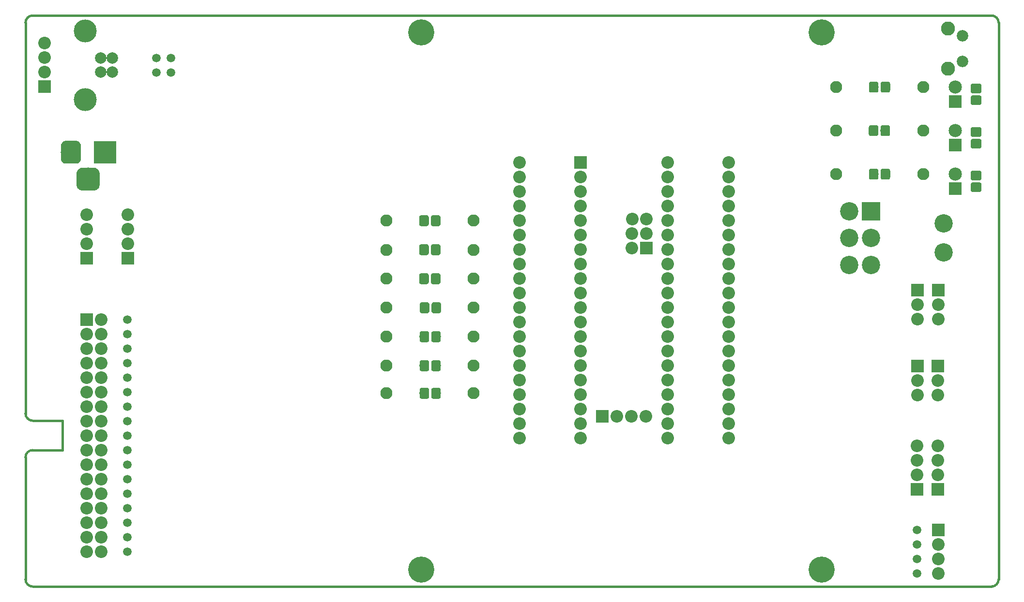
<source format=gts>
G04 #@! TF.GenerationSoftware,KiCad,Pcbnew,(5.1.2)-2*
G04 #@! TF.CreationDate,2020-12-14T08:03:05+00:00*
G04 #@! TF.ProjectId,Greaseweazle F1 3.5 Inch,47726561-7365-4776-9561-7a6c65204631,2.0*
G04 #@! TF.SameCoordinates,Original*
G04 #@! TF.FileFunction,Soldermask,Top*
G04 #@! TF.FilePolarity,Negative*
%FSLAX46Y46*%
G04 Gerber Fmt 4.6, Leading zero omitted, Abs format (unit mm)*
G04 Created by KiCad (PCBNEW (5.1.2)-2) date 2020-12-14 08:03:05*
%MOMM*%
%LPD*%
G04 APERTURE LIST*
%ADD10C,0.381000*%
%ADD11C,3.208000*%
%ADD12R,3.208000X3.208000*%
%ADD13C,0.150000*%
%ADD14C,1.658000*%
%ADD15C,2.308000*%
%ADD16R,2.308000X2.308000*%
%ADD17C,2.108000*%
%ADD18O,2.108000X2.108000*%
%ADD19C,2.208000*%
%ADD20R,2.208000X2.208000*%
%ADD21C,1.508000*%
%ADD22O,2.208000X2.208000*%
%ADD23C,4.008000*%
%ADD24C,3.508000*%
%ADD25R,4.008000X4.008000*%
%ADD26C,4.008120*%
%ADD27C,2.009140*%
%ADD28C,2.458000*%
%ADD29C,2.016000*%
%ADD30C,4.572000*%
G04 APERTURE END LIST*
D10*
X50800000Y-128333500D02*
X50800000Y-149694900D01*
X52070000Y-127063500D02*
X57277000Y-127063500D01*
X52070000Y-121920000D02*
X57277000Y-121920000D01*
X57277000Y-121920000D02*
X57277000Y-127063500D01*
X52070000Y-127063500D02*
G75*
G03X50800000Y-128333500I0J-1270000D01*
G01*
X50800000Y-120650000D02*
G75*
G03X52070000Y-121920000I1270000J0D01*
G01*
X219710000Y-150964900D02*
G75*
G03X220980000Y-149694900I0J1270000D01*
G01*
X52070000Y-50965100D02*
G75*
G03X50800000Y-52235100I0J-1270000D01*
G01*
X220980000Y-52235100D02*
G75*
G03X219710000Y-50965100I-1270000J0D01*
G01*
X50800000Y-149694900D02*
G75*
G03X52070000Y-150964900I1270000J0D01*
G01*
X50800000Y-52235100D02*
X50800000Y-120650000D01*
X52070000Y-150964900D02*
X219710000Y-150964900D01*
X219710000Y-50965100D02*
X52070000Y-50965100D01*
X220980000Y-149694900D02*
X220980000Y-52235100D01*
D11*
X211328000Y-87376000D03*
X211328000Y-92456000D03*
X194818000Y-94616000D03*
X194818000Y-89916000D03*
X194818000Y-85216000D03*
X198628000Y-94616000D03*
X198628000Y-89916000D03*
D12*
X198628000Y-85216000D03*
D13*
G36*
X199630895Y-62547736D02*
G01*
X199665883Y-62552926D01*
X199700194Y-62561520D01*
X199733498Y-62573436D01*
X199765473Y-62588560D01*
X199795812Y-62606744D01*
X199824223Y-62627815D01*
X199850431Y-62651569D01*
X199874185Y-62677777D01*
X199895256Y-62706188D01*
X199913440Y-62736527D01*
X199928564Y-62768502D01*
X199940480Y-62801806D01*
X199949074Y-62836117D01*
X199954264Y-62871105D01*
X199956000Y-62906434D01*
X199956000Y-64093566D01*
X199954264Y-64128895D01*
X199949074Y-64163883D01*
X199940480Y-64198194D01*
X199928564Y-64231498D01*
X199913440Y-64263473D01*
X199895256Y-64293812D01*
X199874185Y-64322223D01*
X199850431Y-64348431D01*
X199824223Y-64372185D01*
X199795812Y-64393256D01*
X199765473Y-64411440D01*
X199733498Y-64426564D01*
X199700194Y-64438480D01*
X199665883Y-64447074D01*
X199630895Y-64452264D01*
X199595566Y-64454000D01*
X198658434Y-64454000D01*
X198623105Y-64452264D01*
X198588117Y-64447074D01*
X198553806Y-64438480D01*
X198520502Y-64426564D01*
X198488527Y-64411440D01*
X198458188Y-64393256D01*
X198429777Y-64372185D01*
X198403569Y-64348431D01*
X198379815Y-64322223D01*
X198358744Y-64293812D01*
X198340560Y-64263473D01*
X198325436Y-64231498D01*
X198313520Y-64198194D01*
X198304926Y-64163883D01*
X198299736Y-64128895D01*
X198298000Y-64093566D01*
X198298000Y-62906434D01*
X198299736Y-62871105D01*
X198304926Y-62836117D01*
X198313520Y-62801806D01*
X198325436Y-62768502D01*
X198340560Y-62736527D01*
X198358744Y-62706188D01*
X198379815Y-62677777D01*
X198403569Y-62651569D01*
X198429777Y-62627815D01*
X198458188Y-62606744D01*
X198488527Y-62588560D01*
X198520502Y-62573436D01*
X198553806Y-62561520D01*
X198588117Y-62552926D01*
X198623105Y-62547736D01*
X198658434Y-62546000D01*
X199595566Y-62546000D01*
X199630895Y-62547736D01*
X199630895Y-62547736D01*
G37*
D14*
X199127000Y-63500000D03*
D13*
G36*
X201680895Y-62547736D02*
G01*
X201715883Y-62552926D01*
X201750194Y-62561520D01*
X201783498Y-62573436D01*
X201815473Y-62588560D01*
X201845812Y-62606744D01*
X201874223Y-62627815D01*
X201900431Y-62651569D01*
X201924185Y-62677777D01*
X201945256Y-62706188D01*
X201963440Y-62736527D01*
X201978564Y-62768502D01*
X201990480Y-62801806D01*
X201999074Y-62836117D01*
X202004264Y-62871105D01*
X202006000Y-62906434D01*
X202006000Y-64093566D01*
X202004264Y-64128895D01*
X201999074Y-64163883D01*
X201990480Y-64198194D01*
X201978564Y-64231498D01*
X201963440Y-64263473D01*
X201945256Y-64293812D01*
X201924185Y-64322223D01*
X201900431Y-64348431D01*
X201874223Y-64372185D01*
X201845812Y-64393256D01*
X201815473Y-64411440D01*
X201783498Y-64426564D01*
X201750194Y-64438480D01*
X201715883Y-64447074D01*
X201680895Y-64452264D01*
X201645566Y-64454000D01*
X200708434Y-64454000D01*
X200673105Y-64452264D01*
X200638117Y-64447074D01*
X200603806Y-64438480D01*
X200570502Y-64426564D01*
X200538527Y-64411440D01*
X200508188Y-64393256D01*
X200479777Y-64372185D01*
X200453569Y-64348431D01*
X200429815Y-64322223D01*
X200408744Y-64293812D01*
X200390560Y-64263473D01*
X200375436Y-64231498D01*
X200363520Y-64198194D01*
X200354926Y-64163883D01*
X200349736Y-64128895D01*
X200348000Y-64093566D01*
X200348000Y-62906434D01*
X200349736Y-62871105D01*
X200354926Y-62836117D01*
X200363520Y-62801806D01*
X200375436Y-62768502D01*
X200390560Y-62736527D01*
X200408744Y-62706188D01*
X200429815Y-62677777D01*
X200453569Y-62651569D01*
X200479777Y-62627815D01*
X200508188Y-62606744D01*
X200538527Y-62588560D01*
X200570502Y-62573436D01*
X200603806Y-62561520D01*
X200638117Y-62552926D01*
X200673105Y-62547736D01*
X200708434Y-62546000D01*
X201645566Y-62546000D01*
X201680895Y-62547736D01*
X201680895Y-62547736D01*
G37*
D14*
X201177000Y-63500000D03*
D13*
G36*
X199630895Y-77787736D02*
G01*
X199665883Y-77792926D01*
X199700194Y-77801520D01*
X199733498Y-77813436D01*
X199765473Y-77828560D01*
X199795812Y-77846744D01*
X199824223Y-77867815D01*
X199850431Y-77891569D01*
X199874185Y-77917777D01*
X199895256Y-77946188D01*
X199913440Y-77976527D01*
X199928564Y-78008502D01*
X199940480Y-78041806D01*
X199949074Y-78076117D01*
X199954264Y-78111105D01*
X199956000Y-78146434D01*
X199956000Y-79333566D01*
X199954264Y-79368895D01*
X199949074Y-79403883D01*
X199940480Y-79438194D01*
X199928564Y-79471498D01*
X199913440Y-79503473D01*
X199895256Y-79533812D01*
X199874185Y-79562223D01*
X199850431Y-79588431D01*
X199824223Y-79612185D01*
X199795812Y-79633256D01*
X199765473Y-79651440D01*
X199733498Y-79666564D01*
X199700194Y-79678480D01*
X199665883Y-79687074D01*
X199630895Y-79692264D01*
X199595566Y-79694000D01*
X198658434Y-79694000D01*
X198623105Y-79692264D01*
X198588117Y-79687074D01*
X198553806Y-79678480D01*
X198520502Y-79666564D01*
X198488527Y-79651440D01*
X198458188Y-79633256D01*
X198429777Y-79612185D01*
X198403569Y-79588431D01*
X198379815Y-79562223D01*
X198358744Y-79533812D01*
X198340560Y-79503473D01*
X198325436Y-79471498D01*
X198313520Y-79438194D01*
X198304926Y-79403883D01*
X198299736Y-79368895D01*
X198298000Y-79333566D01*
X198298000Y-78146434D01*
X198299736Y-78111105D01*
X198304926Y-78076117D01*
X198313520Y-78041806D01*
X198325436Y-78008502D01*
X198340560Y-77976527D01*
X198358744Y-77946188D01*
X198379815Y-77917777D01*
X198403569Y-77891569D01*
X198429777Y-77867815D01*
X198458188Y-77846744D01*
X198488527Y-77828560D01*
X198520502Y-77813436D01*
X198553806Y-77801520D01*
X198588117Y-77792926D01*
X198623105Y-77787736D01*
X198658434Y-77786000D01*
X199595566Y-77786000D01*
X199630895Y-77787736D01*
X199630895Y-77787736D01*
G37*
D14*
X199127000Y-78740000D03*
D13*
G36*
X201680895Y-77787736D02*
G01*
X201715883Y-77792926D01*
X201750194Y-77801520D01*
X201783498Y-77813436D01*
X201815473Y-77828560D01*
X201845812Y-77846744D01*
X201874223Y-77867815D01*
X201900431Y-77891569D01*
X201924185Y-77917777D01*
X201945256Y-77946188D01*
X201963440Y-77976527D01*
X201978564Y-78008502D01*
X201990480Y-78041806D01*
X201999074Y-78076117D01*
X202004264Y-78111105D01*
X202006000Y-78146434D01*
X202006000Y-79333566D01*
X202004264Y-79368895D01*
X201999074Y-79403883D01*
X201990480Y-79438194D01*
X201978564Y-79471498D01*
X201963440Y-79503473D01*
X201945256Y-79533812D01*
X201924185Y-79562223D01*
X201900431Y-79588431D01*
X201874223Y-79612185D01*
X201845812Y-79633256D01*
X201815473Y-79651440D01*
X201783498Y-79666564D01*
X201750194Y-79678480D01*
X201715883Y-79687074D01*
X201680895Y-79692264D01*
X201645566Y-79694000D01*
X200708434Y-79694000D01*
X200673105Y-79692264D01*
X200638117Y-79687074D01*
X200603806Y-79678480D01*
X200570502Y-79666564D01*
X200538527Y-79651440D01*
X200508188Y-79633256D01*
X200479777Y-79612185D01*
X200453569Y-79588431D01*
X200429815Y-79562223D01*
X200408744Y-79533812D01*
X200390560Y-79503473D01*
X200375436Y-79471498D01*
X200363520Y-79438194D01*
X200354926Y-79403883D01*
X200349736Y-79368895D01*
X200348000Y-79333566D01*
X200348000Y-78146434D01*
X200349736Y-78111105D01*
X200354926Y-78076117D01*
X200363520Y-78041806D01*
X200375436Y-78008502D01*
X200390560Y-77976527D01*
X200408744Y-77946188D01*
X200429815Y-77917777D01*
X200453569Y-77891569D01*
X200479777Y-77867815D01*
X200508188Y-77846744D01*
X200538527Y-77828560D01*
X200570502Y-77813436D01*
X200603806Y-77801520D01*
X200638117Y-77792926D01*
X200673105Y-77787736D01*
X200708434Y-77786000D01*
X201645566Y-77786000D01*
X201680895Y-77787736D01*
X201680895Y-77787736D01*
G37*
D14*
X201177000Y-78740000D03*
D13*
G36*
X199605495Y-70167736D02*
G01*
X199640483Y-70172926D01*
X199674794Y-70181520D01*
X199708098Y-70193436D01*
X199740073Y-70208560D01*
X199770412Y-70226744D01*
X199798823Y-70247815D01*
X199825031Y-70271569D01*
X199848785Y-70297777D01*
X199869856Y-70326188D01*
X199888040Y-70356527D01*
X199903164Y-70388502D01*
X199915080Y-70421806D01*
X199923674Y-70456117D01*
X199928864Y-70491105D01*
X199930600Y-70526434D01*
X199930600Y-71713566D01*
X199928864Y-71748895D01*
X199923674Y-71783883D01*
X199915080Y-71818194D01*
X199903164Y-71851498D01*
X199888040Y-71883473D01*
X199869856Y-71913812D01*
X199848785Y-71942223D01*
X199825031Y-71968431D01*
X199798823Y-71992185D01*
X199770412Y-72013256D01*
X199740073Y-72031440D01*
X199708098Y-72046564D01*
X199674794Y-72058480D01*
X199640483Y-72067074D01*
X199605495Y-72072264D01*
X199570166Y-72074000D01*
X198633034Y-72074000D01*
X198597705Y-72072264D01*
X198562717Y-72067074D01*
X198528406Y-72058480D01*
X198495102Y-72046564D01*
X198463127Y-72031440D01*
X198432788Y-72013256D01*
X198404377Y-71992185D01*
X198378169Y-71968431D01*
X198354415Y-71942223D01*
X198333344Y-71913812D01*
X198315160Y-71883473D01*
X198300036Y-71851498D01*
X198288120Y-71818194D01*
X198279526Y-71783883D01*
X198274336Y-71748895D01*
X198272600Y-71713566D01*
X198272600Y-70526434D01*
X198274336Y-70491105D01*
X198279526Y-70456117D01*
X198288120Y-70421806D01*
X198300036Y-70388502D01*
X198315160Y-70356527D01*
X198333344Y-70326188D01*
X198354415Y-70297777D01*
X198378169Y-70271569D01*
X198404377Y-70247815D01*
X198432788Y-70226744D01*
X198463127Y-70208560D01*
X198495102Y-70193436D01*
X198528406Y-70181520D01*
X198562717Y-70172926D01*
X198597705Y-70167736D01*
X198633034Y-70166000D01*
X199570166Y-70166000D01*
X199605495Y-70167736D01*
X199605495Y-70167736D01*
G37*
D14*
X199101600Y-71120000D03*
D13*
G36*
X201655495Y-70167736D02*
G01*
X201690483Y-70172926D01*
X201724794Y-70181520D01*
X201758098Y-70193436D01*
X201790073Y-70208560D01*
X201820412Y-70226744D01*
X201848823Y-70247815D01*
X201875031Y-70271569D01*
X201898785Y-70297777D01*
X201919856Y-70326188D01*
X201938040Y-70356527D01*
X201953164Y-70388502D01*
X201965080Y-70421806D01*
X201973674Y-70456117D01*
X201978864Y-70491105D01*
X201980600Y-70526434D01*
X201980600Y-71713566D01*
X201978864Y-71748895D01*
X201973674Y-71783883D01*
X201965080Y-71818194D01*
X201953164Y-71851498D01*
X201938040Y-71883473D01*
X201919856Y-71913812D01*
X201898785Y-71942223D01*
X201875031Y-71968431D01*
X201848823Y-71992185D01*
X201820412Y-72013256D01*
X201790073Y-72031440D01*
X201758098Y-72046564D01*
X201724794Y-72058480D01*
X201690483Y-72067074D01*
X201655495Y-72072264D01*
X201620166Y-72074000D01*
X200683034Y-72074000D01*
X200647705Y-72072264D01*
X200612717Y-72067074D01*
X200578406Y-72058480D01*
X200545102Y-72046564D01*
X200513127Y-72031440D01*
X200482788Y-72013256D01*
X200454377Y-71992185D01*
X200428169Y-71968431D01*
X200404415Y-71942223D01*
X200383344Y-71913812D01*
X200365160Y-71883473D01*
X200350036Y-71851498D01*
X200338120Y-71818194D01*
X200329526Y-71783883D01*
X200324336Y-71748895D01*
X200322600Y-71713566D01*
X200322600Y-70526434D01*
X200324336Y-70491105D01*
X200329526Y-70456117D01*
X200338120Y-70421806D01*
X200350036Y-70388502D01*
X200365160Y-70356527D01*
X200383344Y-70326188D01*
X200404415Y-70297777D01*
X200428169Y-70271569D01*
X200454377Y-70247815D01*
X200482788Y-70226744D01*
X200513127Y-70208560D01*
X200545102Y-70193436D01*
X200578406Y-70181520D01*
X200612717Y-70172926D01*
X200647705Y-70167736D01*
X200683034Y-70166000D01*
X201620166Y-70166000D01*
X201655495Y-70167736D01*
X201655495Y-70167736D01*
G37*
D14*
X201151600Y-71120000D03*
D13*
G36*
X123042495Y-85941136D02*
G01*
X123077483Y-85946326D01*
X123111794Y-85954920D01*
X123145098Y-85966836D01*
X123177073Y-85981960D01*
X123207412Y-86000144D01*
X123235823Y-86021215D01*
X123262031Y-86044969D01*
X123285785Y-86071177D01*
X123306856Y-86099588D01*
X123325040Y-86129927D01*
X123340164Y-86161902D01*
X123352080Y-86195206D01*
X123360674Y-86229517D01*
X123365864Y-86264505D01*
X123367600Y-86299834D01*
X123367600Y-87486966D01*
X123365864Y-87522295D01*
X123360674Y-87557283D01*
X123352080Y-87591594D01*
X123340164Y-87624898D01*
X123325040Y-87656873D01*
X123306856Y-87687212D01*
X123285785Y-87715623D01*
X123262031Y-87741831D01*
X123235823Y-87765585D01*
X123207412Y-87786656D01*
X123177073Y-87804840D01*
X123145098Y-87819964D01*
X123111794Y-87831880D01*
X123077483Y-87840474D01*
X123042495Y-87845664D01*
X123007166Y-87847400D01*
X122070034Y-87847400D01*
X122034705Y-87845664D01*
X121999717Y-87840474D01*
X121965406Y-87831880D01*
X121932102Y-87819964D01*
X121900127Y-87804840D01*
X121869788Y-87786656D01*
X121841377Y-87765585D01*
X121815169Y-87741831D01*
X121791415Y-87715623D01*
X121770344Y-87687212D01*
X121752160Y-87656873D01*
X121737036Y-87624898D01*
X121725120Y-87591594D01*
X121716526Y-87557283D01*
X121711336Y-87522295D01*
X121709600Y-87486966D01*
X121709600Y-86299834D01*
X121711336Y-86264505D01*
X121716526Y-86229517D01*
X121725120Y-86195206D01*
X121737036Y-86161902D01*
X121752160Y-86129927D01*
X121770344Y-86099588D01*
X121791415Y-86071177D01*
X121815169Y-86044969D01*
X121841377Y-86021215D01*
X121869788Y-86000144D01*
X121900127Y-85981960D01*
X121932102Y-85966836D01*
X121965406Y-85954920D01*
X121999717Y-85946326D01*
X122034705Y-85941136D01*
X122070034Y-85939400D01*
X123007166Y-85939400D01*
X123042495Y-85941136D01*
X123042495Y-85941136D01*
G37*
D14*
X122538600Y-86893400D03*
D13*
G36*
X120992495Y-85941136D02*
G01*
X121027483Y-85946326D01*
X121061794Y-85954920D01*
X121095098Y-85966836D01*
X121127073Y-85981960D01*
X121157412Y-86000144D01*
X121185823Y-86021215D01*
X121212031Y-86044969D01*
X121235785Y-86071177D01*
X121256856Y-86099588D01*
X121275040Y-86129927D01*
X121290164Y-86161902D01*
X121302080Y-86195206D01*
X121310674Y-86229517D01*
X121315864Y-86264505D01*
X121317600Y-86299834D01*
X121317600Y-87486966D01*
X121315864Y-87522295D01*
X121310674Y-87557283D01*
X121302080Y-87591594D01*
X121290164Y-87624898D01*
X121275040Y-87656873D01*
X121256856Y-87687212D01*
X121235785Y-87715623D01*
X121212031Y-87741831D01*
X121185823Y-87765585D01*
X121157412Y-87786656D01*
X121127073Y-87804840D01*
X121095098Y-87819964D01*
X121061794Y-87831880D01*
X121027483Y-87840474D01*
X120992495Y-87845664D01*
X120957166Y-87847400D01*
X120020034Y-87847400D01*
X119984705Y-87845664D01*
X119949717Y-87840474D01*
X119915406Y-87831880D01*
X119882102Y-87819964D01*
X119850127Y-87804840D01*
X119819788Y-87786656D01*
X119791377Y-87765585D01*
X119765169Y-87741831D01*
X119741415Y-87715623D01*
X119720344Y-87687212D01*
X119702160Y-87656873D01*
X119687036Y-87624898D01*
X119675120Y-87591594D01*
X119666526Y-87557283D01*
X119661336Y-87522295D01*
X119659600Y-87486966D01*
X119659600Y-86299834D01*
X119661336Y-86264505D01*
X119666526Y-86229517D01*
X119675120Y-86195206D01*
X119687036Y-86161902D01*
X119702160Y-86129927D01*
X119720344Y-86099588D01*
X119741415Y-86071177D01*
X119765169Y-86044969D01*
X119791377Y-86021215D01*
X119819788Y-86000144D01*
X119850127Y-85981960D01*
X119882102Y-85966836D01*
X119915406Y-85954920D01*
X119949717Y-85946326D01*
X119984705Y-85941136D01*
X120020034Y-85939400D01*
X120957166Y-85939400D01*
X120992495Y-85941136D01*
X120992495Y-85941136D01*
G37*
D14*
X120488600Y-86893400D03*
D13*
G36*
X123042495Y-91021136D02*
G01*
X123077483Y-91026326D01*
X123111794Y-91034920D01*
X123145098Y-91046836D01*
X123177073Y-91061960D01*
X123207412Y-91080144D01*
X123235823Y-91101215D01*
X123262031Y-91124969D01*
X123285785Y-91151177D01*
X123306856Y-91179588D01*
X123325040Y-91209927D01*
X123340164Y-91241902D01*
X123352080Y-91275206D01*
X123360674Y-91309517D01*
X123365864Y-91344505D01*
X123367600Y-91379834D01*
X123367600Y-92566966D01*
X123365864Y-92602295D01*
X123360674Y-92637283D01*
X123352080Y-92671594D01*
X123340164Y-92704898D01*
X123325040Y-92736873D01*
X123306856Y-92767212D01*
X123285785Y-92795623D01*
X123262031Y-92821831D01*
X123235823Y-92845585D01*
X123207412Y-92866656D01*
X123177073Y-92884840D01*
X123145098Y-92899964D01*
X123111794Y-92911880D01*
X123077483Y-92920474D01*
X123042495Y-92925664D01*
X123007166Y-92927400D01*
X122070034Y-92927400D01*
X122034705Y-92925664D01*
X121999717Y-92920474D01*
X121965406Y-92911880D01*
X121932102Y-92899964D01*
X121900127Y-92884840D01*
X121869788Y-92866656D01*
X121841377Y-92845585D01*
X121815169Y-92821831D01*
X121791415Y-92795623D01*
X121770344Y-92767212D01*
X121752160Y-92736873D01*
X121737036Y-92704898D01*
X121725120Y-92671594D01*
X121716526Y-92637283D01*
X121711336Y-92602295D01*
X121709600Y-92566966D01*
X121709600Y-91379834D01*
X121711336Y-91344505D01*
X121716526Y-91309517D01*
X121725120Y-91275206D01*
X121737036Y-91241902D01*
X121752160Y-91209927D01*
X121770344Y-91179588D01*
X121791415Y-91151177D01*
X121815169Y-91124969D01*
X121841377Y-91101215D01*
X121869788Y-91080144D01*
X121900127Y-91061960D01*
X121932102Y-91046836D01*
X121965406Y-91034920D01*
X121999717Y-91026326D01*
X122034705Y-91021136D01*
X122070034Y-91019400D01*
X123007166Y-91019400D01*
X123042495Y-91021136D01*
X123042495Y-91021136D01*
G37*
D14*
X122538600Y-91973400D03*
D13*
G36*
X120992495Y-91021136D02*
G01*
X121027483Y-91026326D01*
X121061794Y-91034920D01*
X121095098Y-91046836D01*
X121127073Y-91061960D01*
X121157412Y-91080144D01*
X121185823Y-91101215D01*
X121212031Y-91124969D01*
X121235785Y-91151177D01*
X121256856Y-91179588D01*
X121275040Y-91209927D01*
X121290164Y-91241902D01*
X121302080Y-91275206D01*
X121310674Y-91309517D01*
X121315864Y-91344505D01*
X121317600Y-91379834D01*
X121317600Y-92566966D01*
X121315864Y-92602295D01*
X121310674Y-92637283D01*
X121302080Y-92671594D01*
X121290164Y-92704898D01*
X121275040Y-92736873D01*
X121256856Y-92767212D01*
X121235785Y-92795623D01*
X121212031Y-92821831D01*
X121185823Y-92845585D01*
X121157412Y-92866656D01*
X121127073Y-92884840D01*
X121095098Y-92899964D01*
X121061794Y-92911880D01*
X121027483Y-92920474D01*
X120992495Y-92925664D01*
X120957166Y-92927400D01*
X120020034Y-92927400D01*
X119984705Y-92925664D01*
X119949717Y-92920474D01*
X119915406Y-92911880D01*
X119882102Y-92899964D01*
X119850127Y-92884840D01*
X119819788Y-92866656D01*
X119791377Y-92845585D01*
X119765169Y-92821831D01*
X119741415Y-92795623D01*
X119720344Y-92767212D01*
X119702160Y-92736873D01*
X119687036Y-92704898D01*
X119675120Y-92671594D01*
X119666526Y-92637283D01*
X119661336Y-92602295D01*
X119659600Y-92566966D01*
X119659600Y-91379834D01*
X119661336Y-91344505D01*
X119666526Y-91309517D01*
X119675120Y-91275206D01*
X119687036Y-91241902D01*
X119702160Y-91209927D01*
X119720344Y-91179588D01*
X119741415Y-91151177D01*
X119765169Y-91124969D01*
X119791377Y-91101215D01*
X119819788Y-91080144D01*
X119850127Y-91061960D01*
X119882102Y-91046836D01*
X119915406Y-91034920D01*
X119949717Y-91026326D01*
X119984705Y-91021136D01*
X120020034Y-91019400D01*
X120957166Y-91019400D01*
X120992495Y-91021136D01*
X120992495Y-91021136D01*
G37*
D14*
X120488600Y-91973400D03*
D13*
G36*
X120992495Y-96101136D02*
G01*
X121027483Y-96106326D01*
X121061794Y-96114920D01*
X121095098Y-96126836D01*
X121127073Y-96141960D01*
X121157412Y-96160144D01*
X121185823Y-96181215D01*
X121212031Y-96204969D01*
X121235785Y-96231177D01*
X121256856Y-96259588D01*
X121275040Y-96289927D01*
X121290164Y-96321902D01*
X121302080Y-96355206D01*
X121310674Y-96389517D01*
X121315864Y-96424505D01*
X121317600Y-96459834D01*
X121317600Y-97646966D01*
X121315864Y-97682295D01*
X121310674Y-97717283D01*
X121302080Y-97751594D01*
X121290164Y-97784898D01*
X121275040Y-97816873D01*
X121256856Y-97847212D01*
X121235785Y-97875623D01*
X121212031Y-97901831D01*
X121185823Y-97925585D01*
X121157412Y-97946656D01*
X121127073Y-97964840D01*
X121095098Y-97979964D01*
X121061794Y-97991880D01*
X121027483Y-98000474D01*
X120992495Y-98005664D01*
X120957166Y-98007400D01*
X120020034Y-98007400D01*
X119984705Y-98005664D01*
X119949717Y-98000474D01*
X119915406Y-97991880D01*
X119882102Y-97979964D01*
X119850127Y-97964840D01*
X119819788Y-97946656D01*
X119791377Y-97925585D01*
X119765169Y-97901831D01*
X119741415Y-97875623D01*
X119720344Y-97847212D01*
X119702160Y-97816873D01*
X119687036Y-97784898D01*
X119675120Y-97751594D01*
X119666526Y-97717283D01*
X119661336Y-97682295D01*
X119659600Y-97646966D01*
X119659600Y-96459834D01*
X119661336Y-96424505D01*
X119666526Y-96389517D01*
X119675120Y-96355206D01*
X119687036Y-96321902D01*
X119702160Y-96289927D01*
X119720344Y-96259588D01*
X119741415Y-96231177D01*
X119765169Y-96204969D01*
X119791377Y-96181215D01*
X119819788Y-96160144D01*
X119850127Y-96141960D01*
X119882102Y-96126836D01*
X119915406Y-96114920D01*
X119949717Y-96106326D01*
X119984705Y-96101136D01*
X120020034Y-96099400D01*
X120957166Y-96099400D01*
X120992495Y-96101136D01*
X120992495Y-96101136D01*
G37*
D14*
X120488600Y-97053400D03*
D13*
G36*
X123042495Y-96101136D02*
G01*
X123077483Y-96106326D01*
X123111794Y-96114920D01*
X123145098Y-96126836D01*
X123177073Y-96141960D01*
X123207412Y-96160144D01*
X123235823Y-96181215D01*
X123262031Y-96204969D01*
X123285785Y-96231177D01*
X123306856Y-96259588D01*
X123325040Y-96289927D01*
X123340164Y-96321902D01*
X123352080Y-96355206D01*
X123360674Y-96389517D01*
X123365864Y-96424505D01*
X123367600Y-96459834D01*
X123367600Y-97646966D01*
X123365864Y-97682295D01*
X123360674Y-97717283D01*
X123352080Y-97751594D01*
X123340164Y-97784898D01*
X123325040Y-97816873D01*
X123306856Y-97847212D01*
X123285785Y-97875623D01*
X123262031Y-97901831D01*
X123235823Y-97925585D01*
X123207412Y-97946656D01*
X123177073Y-97964840D01*
X123145098Y-97979964D01*
X123111794Y-97991880D01*
X123077483Y-98000474D01*
X123042495Y-98005664D01*
X123007166Y-98007400D01*
X122070034Y-98007400D01*
X122034705Y-98005664D01*
X121999717Y-98000474D01*
X121965406Y-97991880D01*
X121932102Y-97979964D01*
X121900127Y-97964840D01*
X121869788Y-97946656D01*
X121841377Y-97925585D01*
X121815169Y-97901831D01*
X121791415Y-97875623D01*
X121770344Y-97847212D01*
X121752160Y-97816873D01*
X121737036Y-97784898D01*
X121725120Y-97751594D01*
X121716526Y-97717283D01*
X121711336Y-97682295D01*
X121709600Y-97646966D01*
X121709600Y-96459834D01*
X121711336Y-96424505D01*
X121716526Y-96389517D01*
X121725120Y-96355206D01*
X121737036Y-96321902D01*
X121752160Y-96289927D01*
X121770344Y-96259588D01*
X121791415Y-96231177D01*
X121815169Y-96204969D01*
X121841377Y-96181215D01*
X121869788Y-96160144D01*
X121900127Y-96141960D01*
X121932102Y-96126836D01*
X121965406Y-96114920D01*
X121999717Y-96106326D01*
X122034705Y-96101136D01*
X122070034Y-96099400D01*
X123007166Y-96099400D01*
X123042495Y-96101136D01*
X123042495Y-96101136D01*
G37*
D14*
X122538600Y-97053400D03*
D13*
G36*
X123144095Y-101181136D02*
G01*
X123179083Y-101186326D01*
X123213394Y-101194920D01*
X123246698Y-101206836D01*
X123278673Y-101221960D01*
X123309012Y-101240144D01*
X123337423Y-101261215D01*
X123363631Y-101284969D01*
X123387385Y-101311177D01*
X123408456Y-101339588D01*
X123426640Y-101369927D01*
X123441764Y-101401902D01*
X123453680Y-101435206D01*
X123462274Y-101469517D01*
X123467464Y-101504505D01*
X123469200Y-101539834D01*
X123469200Y-102726966D01*
X123467464Y-102762295D01*
X123462274Y-102797283D01*
X123453680Y-102831594D01*
X123441764Y-102864898D01*
X123426640Y-102896873D01*
X123408456Y-102927212D01*
X123387385Y-102955623D01*
X123363631Y-102981831D01*
X123337423Y-103005585D01*
X123309012Y-103026656D01*
X123278673Y-103044840D01*
X123246698Y-103059964D01*
X123213394Y-103071880D01*
X123179083Y-103080474D01*
X123144095Y-103085664D01*
X123108766Y-103087400D01*
X122171634Y-103087400D01*
X122136305Y-103085664D01*
X122101317Y-103080474D01*
X122067006Y-103071880D01*
X122033702Y-103059964D01*
X122001727Y-103044840D01*
X121971388Y-103026656D01*
X121942977Y-103005585D01*
X121916769Y-102981831D01*
X121893015Y-102955623D01*
X121871944Y-102927212D01*
X121853760Y-102896873D01*
X121838636Y-102864898D01*
X121826720Y-102831594D01*
X121818126Y-102797283D01*
X121812936Y-102762295D01*
X121811200Y-102726966D01*
X121811200Y-101539834D01*
X121812936Y-101504505D01*
X121818126Y-101469517D01*
X121826720Y-101435206D01*
X121838636Y-101401902D01*
X121853760Y-101369927D01*
X121871944Y-101339588D01*
X121893015Y-101311177D01*
X121916769Y-101284969D01*
X121942977Y-101261215D01*
X121971388Y-101240144D01*
X122001727Y-101221960D01*
X122033702Y-101206836D01*
X122067006Y-101194920D01*
X122101317Y-101186326D01*
X122136305Y-101181136D01*
X122171634Y-101179400D01*
X123108766Y-101179400D01*
X123144095Y-101181136D01*
X123144095Y-101181136D01*
G37*
D14*
X122640200Y-102133400D03*
D13*
G36*
X121094095Y-101181136D02*
G01*
X121129083Y-101186326D01*
X121163394Y-101194920D01*
X121196698Y-101206836D01*
X121228673Y-101221960D01*
X121259012Y-101240144D01*
X121287423Y-101261215D01*
X121313631Y-101284969D01*
X121337385Y-101311177D01*
X121358456Y-101339588D01*
X121376640Y-101369927D01*
X121391764Y-101401902D01*
X121403680Y-101435206D01*
X121412274Y-101469517D01*
X121417464Y-101504505D01*
X121419200Y-101539834D01*
X121419200Y-102726966D01*
X121417464Y-102762295D01*
X121412274Y-102797283D01*
X121403680Y-102831594D01*
X121391764Y-102864898D01*
X121376640Y-102896873D01*
X121358456Y-102927212D01*
X121337385Y-102955623D01*
X121313631Y-102981831D01*
X121287423Y-103005585D01*
X121259012Y-103026656D01*
X121228673Y-103044840D01*
X121196698Y-103059964D01*
X121163394Y-103071880D01*
X121129083Y-103080474D01*
X121094095Y-103085664D01*
X121058766Y-103087400D01*
X120121634Y-103087400D01*
X120086305Y-103085664D01*
X120051317Y-103080474D01*
X120017006Y-103071880D01*
X119983702Y-103059964D01*
X119951727Y-103044840D01*
X119921388Y-103026656D01*
X119892977Y-103005585D01*
X119866769Y-102981831D01*
X119843015Y-102955623D01*
X119821944Y-102927212D01*
X119803760Y-102896873D01*
X119788636Y-102864898D01*
X119776720Y-102831594D01*
X119768126Y-102797283D01*
X119762936Y-102762295D01*
X119761200Y-102726966D01*
X119761200Y-101539834D01*
X119762936Y-101504505D01*
X119768126Y-101469517D01*
X119776720Y-101435206D01*
X119788636Y-101401902D01*
X119803760Y-101369927D01*
X119821944Y-101339588D01*
X119843015Y-101311177D01*
X119866769Y-101284969D01*
X119892977Y-101261215D01*
X119921388Y-101240144D01*
X119951727Y-101221960D01*
X119983702Y-101206836D01*
X120017006Y-101194920D01*
X120051317Y-101186326D01*
X120086305Y-101181136D01*
X120121634Y-101179400D01*
X121058766Y-101179400D01*
X121094095Y-101181136D01*
X121094095Y-101181136D01*
G37*
D14*
X120590200Y-102133400D03*
D13*
G36*
X123105995Y-106261136D02*
G01*
X123140983Y-106266326D01*
X123175294Y-106274920D01*
X123208598Y-106286836D01*
X123240573Y-106301960D01*
X123270912Y-106320144D01*
X123299323Y-106341215D01*
X123325531Y-106364969D01*
X123349285Y-106391177D01*
X123370356Y-106419588D01*
X123388540Y-106449927D01*
X123403664Y-106481902D01*
X123415580Y-106515206D01*
X123424174Y-106549517D01*
X123429364Y-106584505D01*
X123431100Y-106619834D01*
X123431100Y-107806966D01*
X123429364Y-107842295D01*
X123424174Y-107877283D01*
X123415580Y-107911594D01*
X123403664Y-107944898D01*
X123388540Y-107976873D01*
X123370356Y-108007212D01*
X123349285Y-108035623D01*
X123325531Y-108061831D01*
X123299323Y-108085585D01*
X123270912Y-108106656D01*
X123240573Y-108124840D01*
X123208598Y-108139964D01*
X123175294Y-108151880D01*
X123140983Y-108160474D01*
X123105995Y-108165664D01*
X123070666Y-108167400D01*
X122133534Y-108167400D01*
X122098205Y-108165664D01*
X122063217Y-108160474D01*
X122028906Y-108151880D01*
X121995602Y-108139964D01*
X121963627Y-108124840D01*
X121933288Y-108106656D01*
X121904877Y-108085585D01*
X121878669Y-108061831D01*
X121854915Y-108035623D01*
X121833844Y-108007212D01*
X121815660Y-107976873D01*
X121800536Y-107944898D01*
X121788620Y-107911594D01*
X121780026Y-107877283D01*
X121774836Y-107842295D01*
X121773100Y-107806966D01*
X121773100Y-106619834D01*
X121774836Y-106584505D01*
X121780026Y-106549517D01*
X121788620Y-106515206D01*
X121800536Y-106481902D01*
X121815660Y-106449927D01*
X121833844Y-106419588D01*
X121854915Y-106391177D01*
X121878669Y-106364969D01*
X121904877Y-106341215D01*
X121933288Y-106320144D01*
X121963627Y-106301960D01*
X121995602Y-106286836D01*
X122028906Y-106274920D01*
X122063217Y-106266326D01*
X122098205Y-106261136D01*
X122133534Y-106259400D01*
X123070666Y-106259400D01*
X123105995Y-106261136D01*
X123105995Y-106261136D01*
G37*
D14*
X122602100Y-107213400D03*
D13*
G36*
X121055995Y-106261136D02*
G01*
X121090983Y-106266326D01*
X121125294Y-106274920D01*
X121158598Y-106286836D01*
X121190573Y-106301960D01*
X121220912Y-106320144D01*
X121249323Y-106341215D01*
X121275531Y-106364969D01*
X121299285Y-106391177D01*
X121320356Y-106419588D01*
X121338540Y-106449927D01*
X121353664Y-106481902D01*
X121365580Y-106515206D01*
X121374174Y-106549517D01*
X121379364Y-106584505D01*
X121381100Y-106619834D01*
X121381100Y-107806966D01*
X121379364Y-107842295D01*
X121374174Y-107877283D01*
X121365580Y-107911594D01*
X121353664Y-107944898D01*
X121338540Y-107976873D01*
X121320356Y-108007212D01*
X121299285Y-108035623D01*
X121275531Y-108061831D01*
X121249323Y-108085585D01*
X121220912Y-108106656D01*
X121190573Y-108124840D01*
X121158598Y-108139964D01*
X121125294Y-108151880D01*
X121090983Y-108160474D01*
X121055995Y-108165664D01*
X121020666Y-108167400D01*
X120083534Y-108167400D01*
X120048205Y-108165664D01*
X120013217Y-108160474D01*
X119978906Y-108151880D01*
X119945602Y-108139964D01*
X119913627Y-108124840D01*
X119883288Y-108106656D01*
X119854877Y-108085585D01*
X119828669Y-108061831D01*
X119804915Y-108035623D01*
X119783844Y-108007212D01*
X119765660Y-107976873D01*
X119750536Y-107944898D01*
X119738620Y-107911594D01*
X119730026Y-107877283D01*
X119724836Y-107842295D01*
X119723100Y-107806966D01*
X119723100Y-106619834D01*
X119724836Y-106584505D01*
X119730026Y-106549517D01*
X119738620Y-106515206D01*
X119750536Y-106481902D01*
X119765660Y-106449927D01*
X119783844Y-106419588D01*
X119804915Y-106391177D01*
X119828669Y-106364969D01*
X119854877Y-106341215D01*
X119883288Y-106320144D01*
X119913627Y-106301960D01*
X119945602Y-106286836D01*
X119978906Y-106274920D01*
X120013217Y-106266326D01*
X120048205Y-106261136D01*
X120083534Y-106259400D01*
X121020666Y-106259400D01*
X121055995Y-106261136D01*
X121055995Y-106261136D01*
G37*
D14*
X120552100Y-107213400D03*
D13*
G36*
X123105995Y-111341136D02*
G01*
X123140983Y-111346326D01*
X123175294Y-111354920D01*
X123208598Y-111366836D01*
X123240573Y-111381960D01*
X123270912Y-111400144D01*
X123299323Y-111421215D01*
X123325531Y-111444969D01*
X123349285Y-111471177D01*
X123370356Y-111499588D01*
X123388540Y-111529927D01*
X123403664Y-111561902D01*
X123415580Y-111595206D01*
X123424174Y-111629517D01*
X123429364Y-111664505D01*
X123431100Y-111699834D01*
X123431100Y-112886966D01*
X123429364Y-112922295D01*
X123424174Y-112957283D01*
X123415580Y-112991594D01*
X123403664Y-113024898D01*
X123388540Y-113056873D01*
X123370356Y-113087212D01*
X123349285Y-113115623D01*
X123325531Y-113141831D01*
X123299323Y-113165585D01*
X123270912Y-113186656D01*
X123240573Y-113204840D01*
X123208598Y-113219964D01*
X123175294Y-113231880D01*
X123140983Y-113240474D01*
X123105995Y-113245664D01*
X123070666Y-113247400D01*
X122133534Y-113247400D01*
X122098205Y-113245664D01*
X122063217Y-113240474D01*
X122028906Y-113231880D01*
X121995602Y-113219964D01*
X121963627Y-113204840D01*
X121933288Y-113186656D01*
X121904877Y-113165585D01*
X121878669Y-113141831D01*
X121854915Y-113115623D01*
X121833844Y-113087212D01*
X121815660Y-113056873D01*
X121800536Y-113024898D01*
X121788620Y-112991594D01*
X121780026Y-112957283D01*
X121774836Y-112922295D01*
X121773100Y-112886966D01*
X121773100Y-111699834D01*
X121774836Y-111664505D01*
X121780026Y-111629517D01*
X121788620Y-111595206D01*
X121800536Y-111561902D01*
X121815660Y-111529927D01*
X121833844Y-111499588D01*
X121854915Y-111471177D01*
X121878669Y-111444969D01*
X121904877Y-111421215D01*
X121933288Y-111400144D01*
X121963627Y-111381960D01*
X121995602Y-111366836D01*
X122028906Y-111354920D01*
X122063217Y-111346326D01*
X122098205Y-111341136D01*
X122133534Y-111339400D01*
X123070666Y-111339400D01*
X123105995Y-111341136D01*
X123105995Y-111341136D01*
G37*
D14*
X122602100Y-112293400D03*
D13*
G36*
X121055995Y-111341136D02*
G01*
X121090983Y-111346326D01*
X121125294Y-111354920D01*
X121158598Y-111366836D01*
X121190573Y-111381960D01*
X121220912Y-111400144D01*
X121249323Y-111421215D01*
X121275531Y-111444969D01*
X121299285Y-111471177D01*
X121320356Y-111499588D01*
X121338540Y-111529927D01*
X121353664Y-111561902D01*
X121365580Y-111595206D01*
X121374174Y-111629517D01*
X121379364Y-111664505D01*
X121381100Y-111699834D01*
X121381100Y-112886966D01*
X121379364Y-112922295D01*
X121374174Y-112957283D01*
X121365580Y-112991594D01*
X121353664Y-113024898D01*
X121338540Y-113056873D01*
X121320356Y-113087212D01*
X121299285Y-113115623D01*
X121275531Y-113141831D01*
X121249323Y-113165585D01*
X121220912Y-113186656D01*
X121190573Y-113204840D01*
X121158598Y-113219964D01*
X121125294Y-113231880D01*
X121090983Y-113240474D01*
X121055995Y-113245664D01*
X121020666Y-113247400D01*
X120083534Y-113247400D01*
X120048205Y-113245664D01*
X120013217Y-113240474D01*
X119978906Y-113231880D01*
X119945602Y-113219964D01*
X119913627Y-113204840D01*
X119883288Y-113186656D01*
X119854877Y-113165585D01*
X119828669Y-113141831D01*
X119804915Y-113115623D01*
X119783844Y-113087212D01*
X119765660Y-113056873D01*
X119750536Y-113024898D01*
X119738620Y-112991594D01*
X119730026Y-112957283D01*
X119724836Y-112922295D01*
X119723100Y-112886966D01*
X119723100Y-111699834D01*
X119724836Y-111664505D01*
X119730026Y-111629517D01*
X119738620Y-111595206D01*
X119750536Y-111561902D01*
X119765660Y-111529927D01*
X119783844Y-111499588D01*
X119804915Y-111471177D01*
X119828669Y-111444969D01*
X119854877Y-111421215D01*
X119883288Y-111400144D01*
X119913627Y-111381960D01*
X119945602Y-111366836D01*
X119978906Y-111354920D01*
X120013217Y-111346326D01*
X120048205Y-111341136D01*
X120083534Y-111339400D01*
X121020666Y-111339400D01*
X121055995Y-111341136D01*
X121055995Y-111341136D01*
G37*
D14*
X120552100Y-112293400D03*
D13*
G36*
X123105995Y-116167136D02*
G01*
X123140983Y-116172326D01*
X123175294Y-116180920D01*
X123208598Y-116192836D01*
X123240573Y-116207960D01*
X123270912Y-116226144D01*
X123299323Y-116247215D01*
X123325531Y-116270969D01*
X123349285Y-116297177D01*
X123370356Y-116325588D01*
X123388540Y-116355927D01*
X123403664Y-116387902D01*
X123415580Y-116421206D01*
X123424174Y-116455517D01*
X123429364Y-116490505D01*
X123431100Y-116525834D01*
X123431100Y-117712966D01*
X123429364Y-117748295D01*
X123424174Y-117783283D01*
X123415580Y-117817594D01*
X123403664Y-117850898D01*
X123388540Y-117882873D01*
X123370356Y-117913212D01*
X123349285Y-117941623D01*
X123325531Y-117967831D01*
X123299323Y-117991585D01*
X123270912Y-118012656D01*
X123240573Y-118030840D01*
X123208598Y-118045964D01*
X123175294Y-118057880D01*
X123140983Y-118066474D01*
X123105995Y-118071664D01*
X123070666Y-118073400D01*
X122133534Y-118073400D01*
X122098205Y-118071664D01*
X122063217Y-118066474D01*
X122028906Y-118057880D01*
X121995602Y-118045964D01*
X121963627Y-118030840D01*
X121933288Y-118012656D01*
X121904877Y-117991585D01*
X121878669Y-117967831D01*
X121854915Y-117941623D01*
X121833844Y-117913212D01*
X121815660Y-117882873D01*
X121800536Y-117850898D01*
X121788620Y-117817594D01*
X121780026Y-117783283D01*
X121774836Y-117748295D01*
X121773100Y-117712966D01*
X121773100Y-116525834D01*
X121774836Y-116490505D01*
X121780026Y-116455517D01*
X121788620Y-116421206D01*
X121800536Y-116387902D01*
X121815660Y-116355927D01*
X121833844Y-116325588D01*
X121854915Y-116297177D01*
X121878669Y-116270969D01*
X121904877Y-116247215D01*
X121933288Y-116226144D01*
X121963627Y-116207960D01*
X121995602Y-116192836D01*
X122028906Y-116180920D01*
X122063217Y-116172326D01*
X122098205Y-116167136D01*
X122133534Y-116165400D01*
X123070666Y-116165400D01*
X123105995Y-116167136D01*
X123105995Y-116167136D01*
G37*
D14*
X122602100Y-117119400D03*
D13*
G36*
X121055995Y-116167136D02*
G01*
X121090983Y-116172326D01*
X121125294Y-116180920D01*
X121158598Y-116192836D01*
X121190573Y-116207960D01*
X121220912Y-116226144D01*
X121249323Y-116247215D01*
X121275531Y-116270969D01*
X121299285Y-116297177D01*
X121320356Y-116325588D01*
X121338540Y-116355927D01*
X121353664Y-116387902D01*
X121365580Y-116421206D01*
X121374174Y-116455517D01*
X121379364Y-116490505D01*
X121381100Y-116525834D01*
X121381100Y-117712966D01*
X121379364Y-117748295D01*
X121374174Y-117783283D01*
X121365580Y-117817594D01*
X121353664Y-117850898D01*
X121338540Y-117882873D01*
X121320356Y-117913212D01*
X121299285Y-117941623D01*
X121275531Y-117967831D01*
X121249323Y-117991585D01*
X121220912Y-118012656D01*
X121190573Y-118030840D01*
X121158598Y-118045964D01*
X121125294Y-118057880D01*
X121090983Y-118066474D01*
X121055995Y-118071664D01*
X121020666Y-118073400D01*
X120083534Y-118073400D01*
X120048205Y-118071664D01*
X120013217Y-118066474D01*
X119978906Y-118057880D01*
X119945602Y-118045964D01*
X119913627Y-118030840D01*
X119883288Y-118012656D01*
X119854877Y-117991585D01*
X119828669Y-117967831D01*
X119804915Y-117941623D01*
X119783844Y-117913212D01*
X119765660Y-117882873D01*
X119750536Y-117850898D01*
X119738620Y-117817594D01*
X119730026Y-117783283D01*
X119724836Y-117748295D01*
X119723100Y-117712966D01*
X119723100Y-116525834D01*
X119724836Y-116490505D01*
X119730026Y-116455517D01*
X119738620Y-116421206D01*
X119750536Y-116387902D01*
X119765660Y-116355927D01*
X119783844Y-116325588D01*
X119804915Y-116297177D01*
X119828669Y-116270969D01*
X119854877Y-116247215D01*
X119883288Y-116226144D01*
X119913627Y-116207960D01*
X119945602Y-116192836D01*
X119978906Y-116180920D01*
X120013217Y-116172326D01*
X120048205Y-116167136D01*
X120083534Y-116165400D01*
X121020666Y-116165400D01*
X121055995Y-116167136D01*
X121055995Y-116167136D01*
G37*
D14*
X120552100Y-117119400D03*
D13*
G36*
X217671895Y-62917736D02*
G01*
X217706883Y-62922926D01*
X217741194Y-62931520D01*
X217774498Y-62943436D01*
X217806473Y-62958560D01*
X217836812Y-62976744D01*
X217865223Y-62997815D01*
X217891431Y-63021569D01*
X217915185Y-63047777D01*
X217936256Y-63076188D01*
X217954440Y-63106527D01*
X217969564Y-63138502D01*
X217981480Y-63171806D01*
X217990074Y-63206117D01*
X217995264Y-63241105D01*
X217997000Y-63276434D01*
X217997000Y-64213566D01*
X217995264Y-64248895D01*
X217990074Y-64283883D01*
X217981480Y-64318194D01*
X217969564Y-64351498D01*
X217954440Y-64383473D01*
X217936256Y-64413812D01*
X217915185Y-64442223D01*
X217891431Y-64468431D01*
X217865223Y-64492185D01*
X217836812Y-64513256D01*
X217806473Y-64531440D01*
X217774498Y-64546564D01*
X217741194Y-64558480D01*
X217706883Y-64567074D01*
X217671895Y-64572264D01*
X217636566Y-64574000D01*
X216449434Y-64574000D01*
X216414105Y-64572264D01*
X216379117Y-64567074D01*
X216344806Y-64558480D01*
X216311502Y-64546564D01*
X216279527Y-64531440D01*
X216249188Y-64513256D01*
X216220777Y-64492185D01*
X216194569Y-64468431D01*
X216170815Y-64442223D01*
X216149744Y-64413812D01*
X216131560Y-64383473D01*
X216116436Y-64351498D01*
X216104520Y-64318194D01*
X216095926Y-64283883D01*
X216090736Y-64248895D01*
X216089000Y-64213566D01*
X216089000Y-63276434D01*
X216090736Y-63241105D01*
X216095926Y-63206117D01*
X216104520Y-63171806D01*
X216116436Y-63138502D01*
X216131560Y-63106527D01*
X216149744Y-63076188D01*
X216170815Y-63047777D01*
X216194569Y-63021569D01*
X216220777Y-62997815D01*
X216249188Y-62976744D01*
X216279527Y-62958560D01*
X216311502Y-62943436D01*
X216344806Y-62931520D01*
X216379117Y-62922926D01*
X216414105Y-62917736D01*
X216449434Y-62916000D01*
X217636566Y-62916000D01*
X217671895Y-62917736D01*
X217671895Y-62917736D01*
G37*
D14*
X217043000Y-63745000D03*
D13*
G36*
X217671895Y-64967736D02*
G01*
X217706883Y-64972926D01*
X217741194Y-64981520D01*
X217774498Y-64993436D01*
X217806473Y-65008560D01*
X217836812Y-65026744D01*
X217865223Y-65047815D01*
X217891431Y-65071569D01*
X217915185Y-65097777D01*
X217936256Y-65126188D01*
X217954440Y-65156527D01*
X217969564Y-65188502D01*
X217981480Y-65221806D01*
X217990074Y-65256117D01*
X217995264Y-65291105D01*
X217997000Y-65326434D01*
X217997000Y-66263566D01*
X217995264Y-66298895D01*
X217990074Y-66333883D01*
X217981480Y-66368194D01*
X217969564Y-66401498D01*
X217954440Y-66433473D01*
X217936256Y-66463812D01*
X217915185Y-66492223D01*
X217891431Y-66518431D01*
X217865223Y-66542185D01*
X217836812Y-66563256D01*
X217806473Y-66581440D01*
X217774498Y-66596564D01*
X217741194Y-66608480D01*
X217706883Y-66617074D01*
X217671895Y-66622264D01*
X217636566Y-66624000D01*
X216449434Y-66624000D01*
X216414105Y-66622264D01*
X216379117Y-66617074D01*
X216344806Y-66608480D01*
X216311502Y-66596564D01*
X216279527Y-66581440D01*
X216249188Y-66563256D01*
X216220777Y-66542185D01*
X216194569Y-66518431D01*
X216170815Y-66492223D01*
X216149744Y-66463812D01*
X216131560Y-66433473D01*
X216116436Y-66401498D01*
X216104520Y-66368194D01*
X216095926Y-66333883D01*
X216090736Y-66298895D01*
X216089000Y-66263566D01*
X216089000Y-65326434D01*
X216090736Y-65291105D01*
X216095926Y-65256117D01*
X216104520Y-65221806D01*
X216116436Y-65188502D01*
X216131560Y-65156527D01*
X216149744Y-65126188D01*
X216170815Y-65097777D01*
X216194569Y-65071569D01*
X216220777Y-65047815D01*
X216249188Y-65026744D01*
X216279527Y-65008560D01*
X216311502Y-64993436D01*
X216344806Y-64981520D01*
X216379117Y-64972926D01*
X216414105Y-64967736D01*
X216449434Y-64966000D01*
X217636566Y-64966000D01*
X217671895Y-64967736D01*
X217671895Y-64967736D01*
G37*
D14*
X217043000Y-65795000D03*
D13*
G36*
X217671895Y-80207736D02*
G01*
X217706883Y-80212926D01*
X217741194Y-80221520D01*
X217774498Y-80233436D01*
X217806473Y-80248560D01*
X217836812Y-80266744D01*
X217865223Y-80287815D01*
X217891431Y-80311569D01*
X217915185Y-80337777D01*
X217936256Y-80366188D01*
X217954440Y-80396527D01*
X217969564Y-80428502D01*
X217981480Y-80461806D01*
X217990074Y-80496117D01*
X217995264Y-80531105D01*
X217997000Y-80566434D01*
X217997000Y-81503566D01*
X217995264Y-81538895D01*
X217990074Y-81573883D01*
X217981480Y-81608194D01*
X217969564Y-81641498D01*
X217954440Y-81673473D01*
X217936256Y-81703812D01*
X217915185Y-81732223D01*
X217891431Y-81758431D01*
X217865223Y-81782185D01*
X217836812Y-81803256D01*
X217806473Y-81821440D01*
X217774498Y-81836564D01*
X217741194Y-81848480D01*
X217706883Y-81857074D01*
X217671895Y-81862264D01*
X217636566Y-81864000D01*
X216449434Y-81864000D01*
X216414105Y-81862264D01*
X216379117Y-81857074D01*
X216344806Y-81848480D01*
X216311502Y-81836564D01*
X216279527Y-81821440D01*
X216249188Y-81803256D01*
X216220777Y-81782185D01*
X216194569Y-81758431D01*
X216170815Y-81732223D01*
X216149744Y-81703812D01*
X216131560Y-81673473D01*
X216116436Y-81641498D01*
X216104520Y-81608194D01*
X216095926Y-81573883D01*
X216090736Y-81538895D01*
X216089000Y-81503566D01*
X216089000Y-80566434D01*
X216090736Y-80531105D01*
X216095926Y-80496117D01*
X216104520Y-80461806D01*
X216116436Y-80428502D01*
X216131560Y-80396527D01*
X216149744Y-80366188D01*
X216170815Y-80337777D01*
X216194569Y-80311569D01*
X216220777Y-80287815D01*
X216249188Y-80266744D01*
X216279527Y-80248560D01*
X216311502Y-80233436D01*
X216344806Y-80221520D01*
X216379117Y-80212926D01*
X216414105Y-80207736D01*
X216449434Y-80206000D01*
X217636566Y-80206000D01*
X217671895Y-80207736D01*
X217671895Y-80207736D01*
G37*
D14*
X217043000Y-81035000D03*
D13*
G36*
X217671895Y-78157736D02*
G01*
X217706883Y-78162926D01*
X217741194Y-78171520D01*
X217774498Y-78183436D01*
X217806473Y-78198560D01*
X217836812Y-78216744D01*
X217865223Y-78237815D01*
X217891431Y-78261569D01*
X217915185Y-78287777D01*
X217936256Y-78316188D01*
X217954440Y-78346527D01*
X217969564Y-78378502D01*
X217981480Y-78411806D01*
X217990074Y-78446117D01*
X217995264Y-78481105D01*
X217997000Y-78516434D01*
X217997000Y-79453566D01*
X217995264Y-79488895D01*
X217990074Y-79523883D01*
X217981480Y-79558194D01*
X217969564Y-79591498D01*
X217954440Y-79623473D01*
X217936256Y-79653812D01*
X217915185Y-79682223D01*
X217891431Y-79708431D01*
X217865223Y-79732185D01*
X217836812Y-79753256D01*
X217806473Y-79771440D01*
X217774498Y-79786564D01*
X217741194Y-79798480D01*
X217706883Y-79807074D01*
X217671895Y-79812264D01*
X217636566Y-79814000D01*
X216449434Y-79814000D01*
X216414105Y-79812264D01*
X216379117Y-79807074D01*
X216344806Y-79798480D01*
X216311502Y-79786564D01*
X216279527Y-79771440D01*
X216249188Y-79753256D01*
X216220777Y-79732185D01*
X216194569Y-79708431D01*
X216170815Y-79682223D01*
X216149744Y-79653812D01*
X216131560Y-79623473D01*
X216116436Y-79591498D01*
X216104520Y-79558194D01*
X216095926Y-79523883D01*
X216090736Y-79488895D01*
X216089000Y-79453566D01*
X216089000Y-78516434D01*
X216090736Y-78481105D01*
X216095926Y-78446117D01*
X216104520Y-78411806D01*
X216116436Y-78378502D01*
X216131560Y-78346527D01*
X216149744Y-78316188D01*
X216170815Y-78287777D01*
X216194569Y-78261569D01*
X216220777Y-78237815D01*
X216249188Y-78216744D01*
X216279527Y-78198560D01*
X216311502Y-78183436D01*
X216344806Y-78171520D01*
X216379117Y-78162926D01*
X216414105Y-78157736D01*
X216449434Y-78156000D01*
X217636566Y-78156000D01*
X217671895Y-78157736D01*
X217671895Y-78157736D01*
G37*
D14*
X217043000Y-78985000D03*
D13*
G36*
X217671895Y-70537736D02*
G01*
X217706883Y-70542926D01*
X217741194Y-70551520D01*
X217774498Y-70563436D01*
X217806473Y-70578560D01*
X217836812Y-70596744D01*
X217865223Y-70617815D01*
X217891431Y-70641569D01*
X217915185Y-70667777D01*
X217936256Y-70696188D01*
X217954440Y-70726527D01*
X217969564Y-70758502D01*
X217981480Y-70791806D01*
X217990074Y-70826117D01*
X217995264Y-70861105D01*
X217997000Y-70896434D01*
X217997000Y-71833566D01*
X217995264Y-71868895D01*
X217990074Y-71903883D01*
X217981480Y-71938194D01*
X217969564Y-71971498D01*
X217954440Y-72003473D01*
X217936256Y-72033812D01*
X217915185Y-72062223D01*
X217891431Y-72088431D01*
X217865223Y-72112185D01*
X217836812Y-72133256D01*
X217806473Y-72151440D01*
X217774498Y-72166564D01*
X217741194Y-72178480D01*
X217706883Y-72187074D01*
X217671895Y-72192264D01*
X217636566Y-72194000D01*
X216449434Y-72194000D01*
X216414105Y-72192264D01*
X216379117Y-72187074D01*
X216344806Y-72178480D01*
X216311502Y-72166564D01*
X216279527Y-72151440D01*
X216249188Y-72133256D01*
X216220777Y-72112185D01*
X216194569Y-72088431D01*
X216170815Y-72062223D01*
X216149744Y-72033812D01*
X216131560Y-72003473D01*
X216116436Y-71971498D01*
X216104520Y-71938194D01*
X216095926Y-71903883D01*
X216090736Y-71868895D01*
X216089000Y-71833566D01*
X216089000Y-70896434D01*
X216090736Y-70861105D01*
X216095926Y-70826117D01*
X216104520Y-70791806D01*
X216116436Y-70758502D01*
X216131560Y-70726527D01*
X216149744Y-70696188D01*
X216170815Y-70667777D01*
X216194569Y-70641569D01*
X216220777Y-70617815D01*
X216249188Y-70596744D01*
X216279527Y-70578560D01*
X216311502Y-70563436D01*
X216344806Y-70551520D01*
X216379117Y-70542926D01*
X216414105Y-70537736D01*
X216449434Y-70536000D01*
X217636566Y-70536000D01*
X217671895Y-70537736D01*
X217671895Y-70537736D01*
G37*
D14*
X217043000Y-71365000D03*
D13*
G36*
X217671895Y-72587736D02*
G01*
X217706883Y-72592926D01*
X217741194Y-72601520D01*
X217774498Y-72613436D01*
X217806473Y-72628560D01*
X217836812Y-72646744D01*
X217865223Y-72667815D01*
X217891431Y-72691569D01*
X217915185Y-72717777D01*
X217936256Y-72746188D01*
X217954440Y-72776527D01*
X217969564Y-72808502D01*
X217981480Y-72841806D01*
X217990074Y-72876117D01*
X217995264Y-72911105D01*
X217997000Y-72946434D01*
X217997000Y-73883566D01*
X217995264Y-73918895D01*
X217990074Y-73953883D01*
X217981480Y-73988194D01*
X217969564Y-74021498D01*
X217954440Y-74053473D01*
X217936256Y-74083812D01*
X217915185Y-74112223D01*
X217891431Y-74138431D01*
X217865223Y-74162185D01*
X217836812Y-74183256D01*
X217806473Y-74201440D01*
X217774498Y-74216564D01*
X217741194Y-74228480D01*
X217706883Y-74237074D01*
X217671895Y-74242264D01*
X217636566Y-74244000D01*
X216449434Y-74244000D01*
X216414105Y-74242264D01*
X216379117Y-74237074D01*
X216344806Y-74228480D01*
X216311502Y-74216564D01*
X216279527Y-74201440D01*
X216249188Y-74183256D01*
X216220777Y-74162185D01*
X216194569Y-74138431D01*
X216170815Y-74112223D01*
X216149744Y-74083812D01*
X216131560Y-74053473D01*
X216116436Y-74021498D01*
X216104520Y-73988194D01*
X216095926Y-73953883D01*
X216090736Y-73918895D01*
X216089000Y-73883566D01*
X216089000Y-72946434D01*
X216090736Y-72911105D01*
X216095926Y-72876117D01*
X216104520Y-72841806D01*
X216116436Y-72808502D01*
X216131560Y-72776527D01*
X216149744Y-72746188D01*
X216170815Y-72717777D01*
X216194569Y-72691569D01*
X216220777Y-72667815D01*
X216249188Y-72646744D01*
X216279527Y-72628560D01*
X216311502Y-72613436D01*
X216344806Y-72601520D01*
X216379117Y-72592926D01*
X216414105Y-72587736D01*
X216449434Y-72586000D01*
X217636566Y-72586000D01*
X217671895Y-72587736D01*
X217671895Y-72587736D01*
G37*
D14*
X217043000Y-73415000D03*
D15*
X213360000Y-78740000D03*
D16*
X213360000Y-81280000D03*
X213360000Y-73660000D03*
D15*
X213360000Y-71120000D03*
X213360000Y-63500000D03*
D16*
X213360000Y-66040000D03*
D17*
X129159000Y-86868000D03*
D18*
X113919000Y-86868000D03*
X113919000Y-91998800D03*
D17*
X129159000Y-91998800D03*
X129159000Y-97028000D03*
D18*
X113919000Y-97028000D03*
X113919000Y-102108000D03*
D17*
X129159000Y-102108000D03*
X129159000Y-107188000D03*
D18*
X113919000Y-107188000D03*
X113919000Y-112268000D03*
D17*
X129159000Y-112268000D03*
X129159000Y-117094000D03*
D18*
X113919000Y-117094000D03*
X192532000Y-78740000D03*
D17*
X207772000Y-78740000D03*
X207772000Y-71120000D03*
D18*
X192532000Y-71120000D03*
X192532000Y-63500000D03*
D17*
X207772000Y-63500000D03*
D19*
X156857700Y-91694000D03*
X156857700Y-89154000D03*
X156921200Y-86614000D03*
D20*
X159397700Y-91694000D03*
D19*
X159397700Y-86614000D03*
X159397700Y-89154000D03*
X147828000Y-124968000D03*
X163068000Y-124968000D03*
X147828000Y-122428000D03*
X163068000Y-122428000D03*
X147828000Y-119888000D03*
X163068000Y-119888000D03*
X147828000Y-117348000D03*
X163068000Y-117348000D03*
X147828000Y-114808000D03*
X163068000Y-114808000D03*
X147828000Y-112268000D03*
X163068000Y-112268000D03*
X147828000Y-109728000D03*
X163068000Y-109728000D03*
X147828000Y-107188000D03*
X163068000Y-107188000D03*
X147828000Y-104648000D03*
X163068000Y-104648000D03*
X147828000Y-102108000D03*
X163068000Y-102108000D03*
X147828000Y-99568000D03*
X163068000Y-99568000D03*
X147828000Y-97028000D03*
X163068000Y-97028000D03*
X147828000Y-94488000D03*
X163068000Y-94488000D03*
X147828000Y-91948000D03*
X163068000Y-91948000D03*
X147828000Y-89408000D03*
X163068000Y-89408000D03*
X147828000Y-86868000D03*
X163068000Y-86868000D03*
X147828000Y-84328000D03*
X163068000Y-84328000D03*
X147828000Y-81788000D03*
X163068000Y-81788000D03*
X147828000Y-79248000D03*
X163068000Y-79248000D03*
D20*
X147828000Y-76708000D03*
D19*
X163068000Y-76708000D03*
X159258000Y-121158000D03*
X156718000Y-121158000D03*
X154178000Y-121158000D03*
D20*
X151638000Y-121158000D03*
D21*
X206705200Y-141020800D03*
X206705200Y-143560800D03*
X206705200Y-146100800D03*
X206705200Y-148640800D03*
D22*
X137160000Y-124968000D03*
X137160000Y-122428000D03*
X137160000Y-119888000D03*
X137160000Y-117348000D03*
X137160000Y-114808000D03*
X137160000Y-112268000D03*
X137160000Y-109728000D03*
X137160000Y-107188000D03*
X137160000Y-104648000D03*
X137160000Y-102108000D03*
X137160000Y-99568000D03*
X137160000Y-97028000D03*
X137160000Y-94488000D03*
X137160000Y-91948000D03*
X137160000Y-89408000D03*
X137160000Y-86868000D03*
X137160000Y-84328000D03*
X137160000Y-81788000D03*
X137160000Y-79248000D03*
D19*
X137160000Y-76708000D03*
D22*
X173736000Y-76682600D03*
X173736000Y-79222600D03*
X173736000Y-81762600D03*
X173736000Y-84302600D03*
X173736000Y-86842600D03*
X173736000Y-89382600D03*
X173736000Y-91922600D03*
X173736000Y-94462600D03*
X173736000Y-97002600D03*
X173736000Y-99542600D03*
X173736000Y-102082600D03*
X173736000Y-104622600D03*
X173736000Y-107162600D03*
X173736000Y-109702600D03*
X173736000Y-112242600D03*
X173736000Y-114782600D03*
X173736000Y-117322600D03*
X173736000Y-119862600D03*
X173736000Y-122402600D03*
D19*
X173736000Y-124942600D03*
D21*
X73660000Y-60960000D03*
X76200000Y-58420000D03*
X73660000Y-58420000D03*
X76200000Y-60960000D03*
D20*
X54102000Y-63398400D03*
D22*
X54102000Y-60858400D03*
X54102000Y-58318400D03*
X54102000Y-55778400D03*
X210312000Y-117449600D03*
X210312000Y-114909600D03*
D20*
X210312000Y-112369600D03*
D22*
X210413600Y-104140000D03*
X210413600Y-101600000D03*
D20*
X210413600Y-99060000D03*
X206756000Y-99060000D03*
D22*
X206756000Y-101600000D03*
D19*
X206756000Y-104140000D03*
D20*
X206756000Y-112369600D03*
D22*
X206756000Y-114909600D03*
D19*
X206756000Y-117449600D03*
D20*
X210362800Y-133959600D03*
D22*
X210362800Y-131419600D03*
X210362800Y-128879600D03*
D19*
X210362800Y-126339600D03*
D22*
X206705200Y-126339600D03*
X206705200Y-128879600D03*
X206705200Y-131419600D03*
D20*
X206705200Y-133959600D03*
D22*
X210439000Y-148653500D03*
X210439000Y-146113500D03*
X210439000Y-143573500D03*
D20*
X210439000Y-141033500D03*
D21*
X68580000Y-137210800D03*
X68580000Y-144830800D03*
X68580000Y-142290800D03*
X68580000Y-139750800D03*
X68580000Y-134670800D03*
X68580000Y-132130800D03*
X68580000Y-121970800D03*
X68580000Y-127050800D03*
X68580000Y-124510800D03*
X68580000Y-129590800D03*
X68580000Y-119430800D03*
X68580000Y-116890800D03*
X68580000Y-114350800D03*
X68580000Y-111810800D03*
X68580000Y-109270800D03*
X68580000Y-106730800D03*
X68580000Y-104190800D03*
D20*
X68681600Y-93497400D03*
D22*
X68681600Y-90957400D03*
X68681600Y-88417400D03*
X68681600Y-85877400D03*
D13*
G36*
X62847613Y-77604425D02*
G01*
X62944881Y-77618853D01*
X63040265Y-77642746D01*
X63132849Y-77675873D01*
X63221740Y-77717915D01*
X63306081Y-77768467D01*
X63385062Y-77827044D01*
X63457921Y-77893079D01*
X63523956Y-77965938D01*
X63582533Y-78044919D01*
X63633085Y-78129260D01*
X63675127Y-78218151D01*
X63708254Y-78310735D01*
X63732147Y-78406119D01*
X63746575Y-78503387D01*
X63751400Y-78601600D01*
X63751400Y-80605600D01*
X63746575Y-80703813D01*
X63732147Y-80801081D01*
X63708254Y-80896465D01*
X63675127Y-80989049D01*
X63633085Y-81077940D01*
X63582533Y-81162281D01*
X63523956Y-81241262D01*
X63457921Y-81314121D01*
X63385062Y-81380156D01*
X63306081Y-81438733D01*
X63221740Y-81489285D01*
X63132849Y-81531327D01*
X63040265Y-81564454D01*
X62944881Y-81588347D01*
X62847613Y-81602775D01*
X62749400Y-81607600D01*
X60745400Y-81607600D01*
X60647187Y-81602775D01*
X60549919Y-81588347D01*
X60454535Y-81564454D01*
X60361951Y-81531327D01*
X60273060Y-81489285D01*
X60188719Y-81438733D01*
X60109738Y-81380156D01*
X60036879Y-81314121D01*
X59970844Y-81241262D01*
X59912267Y-81162281D01*
X59861715Y-81077940D01*
X59819673Y-80989049D01*
X59786546Y-80896465D01*
X59762653Y-80801081D01*
X59748225Y-80703813D01*
X59743400Y-80605600D01*
X59743400Y-78601600D01*
X59748225Y-78503387D01*
X59762653Y-78406119D01*
X59786546Y-78310735D01*
X59819673Y-78218151D01*
X59861715Y-78129260D01*
X59912267Y-78044919D01*
X59970844Y-77965938D01*
X60036879Y-77893079D01*
X60109738Y-77827044D01*
X60188719Y-77768467D01*
X60273060Y-77717915D01*
X60361951Y-77675873D01*
X60454535Y-77642746D01*
X60549919Y-77618853D01*
X60647187Y-77604425D01*
X60745400Y-77599600D01*
X62749400Y-77599600D01*
X62847613Y-77604425D01*
X62847613Y-77604425D01*
G37*
D23*
X61747400Y-79603600D03*
D13*
G36*
X59710361Y-72903823D02*
G01*
X59795494Y-72916451D01*
X59878980Y-72937363D01*
X59960013Y-72966358D01*
X60037815Y-73003155D01*
X60111635Y-73047401D01*
X60180763Y-73098670D01*
X60244533Y-73156467D01*
X60302330Y-73220237D01*
X60353599Y-73289365D01*
X60397845Y-73363185D01*
X60434642Y-73440987D01*
X60463637Y-73522020D01*
X60484549Y-73605506D01*
X60497177Y-73690639D01*
X60501400Y-73776600D01*
X60501400Y-76030600D01*
X60497177Y-76116561D01*
X60484549Y-76201694D01*
X60463637Y-76285180D01*
X60434642Y-76366213D01*
X60397845Y-76444015D01*
X60353599Y-76517835D01*
X60302330Y-76586963D01*
X60244533Y-76650733D01*
X60180763Y-76708530D01*
X60111635Y-76759799D01*
X60037815Y-76804045D01*
X59960013Y-76840842D01*
X59878980Y-76869837D01*
X59795494Y-76890749D01*
X59710361Y-76903377D01*
X59624400Y-76907600D01*
X57870400Y-76907600D01*
X57784439Y-76903377D01*
X57699306Y-76890749D01*
X57615820Y-76869837D01*
X57534787Y-76840842D01*
X57456985Y-76804045D01*
X57383165Y-76759799D01*
X57314037Y-76708530D01*
X57250267Y-76650733D01*
X57192470Y-76586963D01*
X57141201Y-76517835D01*
X57096955Y-76444015D01*
X57060158Y-76366213D01*
X57031163Y-76285180D01*
X57010251Y-76201694D01*
X56997623Y-76116561D01*
X56993400Y-76030600D01*
X56993400Y-73776600D01*
X56997623Y-73690639D01*
X57010251Y-73605506D01*
X57031163Y-73522020D01*
X57060158Y-73440987D01*
X57096955Y-73363185D01*
X57141201Y-73289365D01*
X57192470Y-73220237D01*
X57250267Y-73156467D01*
X57314037Y-73098670D01*
X57383165Y-73047401D01*
X57456985Y-73003155D01*
X57534787Y-72966358D01*
X57615820Y-72937363D01*
X57699306Y-72916451D01*
X57784439Y-72903823D01*
X57870400Y-72899600D01*
X59624400Y-72899600D01*
X59710361Y-72903823D01*
X59710361Y-72903823D01*
G37*
D24*
X58747400Y-74903600D03*
D25*
X64747400Y-74903600D03*
D26*
X61264800Y-65684400D03*
X61264800Y-53644800D03*
D27*
X65989200Y-58420000D03*
X65989200Y-60909200D03*
X63982600Y-60909200D03*
X63982600Y-58420000D03*
D28*
X212130000Y-53269000D03*
X212130000Y-60269000D03*
D29*
X214630000Y-54494000D03*
X214630000Y-59044000D03*
D22*
X61518800Y-85877400D03*
X61518800Y-88417400D03*
X61518800Y-90957400D03*
D20*
X61518800Y-93497400D03*
D22*
X64033400Y-144830800D03*
X61493400Y-144830800D03*
X64033400Y-142290800D03*
X61493400Y-142290800D03*
X64033400Y-139750800D03*
X61493400Y-139750800D03*
X64033400Y-137210800D03*
X61493400Y-137210800D03*
X64033400Y-134670800D03*
X61493400Y-134670800D03*
X64033400Y-132130800D03*
X61493400Y-132130800D03*
X64033400Y-129590800D03*
X61493400Y-129590800D03*
X64033400Y-127050800D03*
X61493400Y-127050800D03*
X64033400Y-124510800D03*
X61493400Y-124510800D03*
X64033400Y-121970800D03*
X61493400Y-121970800D03*
X64033400Y-119430800D03*
X61493400Y-119430800D03*
X64033400Y-116890800D03*
X61493400Y-116890800D03*
X64033400Y-114350800D03*
X61493400Y-114350800D03*
X64033400Y-111810800D03*
X61493400Y-111810800D03*
X64033400Y-109270800D03*
X61493400Y-109270800D03*
X64033400Y-106730800D03*
X61493400Y-106730800D03*
X64033400Y-104190800D03*
D20*
X61493400Y-104190800D03*
D30*
X119999760Y-53964840D03*
X189999620Y-53964840D03*
X119999760Y-147965160D03*
X189999620Y-147965160D03*
M02*

</source>
